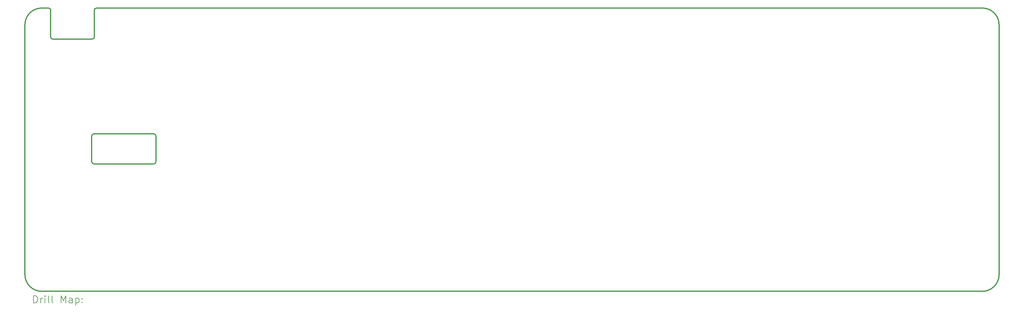
<source format=gbr>
%TF.GenerationSoftware,KiCad,Pcbnew,8.0.5*%
%TF.CreationDate,2024-09-18T07:56:25+09:00*%
%TF.ProjectId,SandyLP_Plate_Bottom,53616e64-794c-4505-9f50-6c6174655f42,v.0*%
%TF.SameCoordinates,Original*%
%TF.FileFunction,Drillmap*%
%TF.FilePolarity,Positive*%
%FSLAX45Y45*%
G04 Gerber Fmt 4.5, Leading zero omitted, Abs format (unit mm)*
G04 Created by KiCad (PCBNEW 8.0.5) date 2024-09-18 07:56:25*
%MOMM*%
%LPD*%
G01*
G04 APERTURE LIST*
%ADD10C,0.300000*%
%ADD11C,0.200000*%
G04 APERTURE END LIST*
D10*
X2140844Y-10999712D02*
X2140844Y-3920961D01*
X2807020Y-3444711D02*
X2617094Y-3444711D01*
X2867020Y-4264712D02*
X2867020Y-3504711D01*
X2927020Y-4324712D02*
X4044593Y-4324712D01*
X4029741Y-7802914D02*
X4029741Y-7072914D01*
X4089741Y-7862914D02*
X5787314Y-7862914D01*
X4104593Y-4264712D02*
X4104593Y-3504711D01*
X5787314Y-7012914D02*
X4089741Y-7012914D01*
X5847314Y-7802914D02*
X5847314Y-7072914D01*
X29212093Y-3444711D02*
X4164593Y-3444711D01*
X29212093Y-11475961D02*
X2617094Y-11475961D01*
X29688343Y-10999712D02*
X29688343Y-3920961D01*
X2140844Y-3920961D02*
G75*
G02*
X2617094Y-3444711I476250J0D01*
G01*
X2617094Y-11475961D02*
G75*
G02*
X2140844Y-10999712I0J476250D01*
G01*
X2807020Y-3444711D02*
G75*
G02*
X2867020Y-3504711I0J-60000D01*
G01*
X2927020Y-4324712D02*
G75*
G02*
X2867020Y-4264712I0J60000D01*
G01*
X4029741Y-7072914D02*
G75*
G02*
X4089741Y-7012914I60000J0D01*
G01*
X4089741Y-7862914D02*
G75*
G02*
X4029741Y-7802914I0J60000D01*
G01*
X4104593Y-3504711D02*
G75*
G02*
X4164593Y-3444711I60000J0D01*
G01*
X4104593Y-4264712D02*
G75*
G02*
X4044593Y-4324712I-60000J0D01*
G01*
X5787314Y-7012914D02*
G75*
G02*
X5847314Y-7072914I0J-60000D01*
G01*
X5847314Y-7802914D02*
G75*
G02*
X5787314Y-7862914I-60000J0D01*
G01*
X29212093Y-3444711D02*
G75*
G02*
X29688342Y-3920961I0J-476249D01*
G01*
X29688343Y-10999712D02*
G75*
G02*
X29212093Y-11475960I-476250J1D01*
G01*
D11*
X2386620Y-11802445D02*
X2386620Y-11602445D01*
X2386620Y-11602445D02*
X2434239Y-11602445D01*
X2434239Y-11602445D02*
X2462811Y-11611969D01*
X2462811Y-11611969D02*
X2481858Y-11631017D01*
X2481858Y-11631017D02*
X2491382Y-11650064D01*
X2491382Y-11650064D02*
X2500906Y-11688159D01*
X2500906Y-11688159D02*
X2500906Y-11716731D01*
X2500906Y-11716731D02*
X2491382Y-11754826D01*
X2491382Y-11754826D02*
X2481858Y-11773874D01*
X2481858Y-11773874D02*
X2462811Y-11792921D01*
X2462811Y-11792921D02*
X2434239Y-11802445D01*
X2434239Y-11802445D02*
X2386620Y-11802445D01*
X2586620Y-11802445D02*
X2586620Y-11669112D01*
X2586620Y-11707207D02*
X2596144Y-11688159D01*
X2596144Y-11688159D02*
X2605668Y-11678636D01*
X2605668Y-11678636D02*
X2624716Y-11669112D01*
X2624716Y-11669112D02*
X2643763Y-11669112D01*
X2710430Y-11802445D02*
X2710430Y-11669112D01*
X2710430Y-11602445D02*
X2700906Y-11611969D01*
X2700906Y-11611969D02*
X2710430Y-11621493D01*
X2710430Y-11621493D02*
X2719954Y-11611969D01*
X2719954Y-11611969D02*
X2710430Y-11602445D01*
X2710430Y-11602445D02*
X2710430Y-11621493D01*
X2834239Y-11802445D02*
X2815192Y-11792921D01*
X2815192Y-11792921D02*
X2805668Y-11773874D01*
X2805668Y-11773874D02*
X2805668Y-11602445D01*
X2939001Y-11802445D02*
X2919954Y-11792921D01*
X2919954Y-11792921D02*
X2910430Y-11773874D01*
X2910430Y-11773874D02*
X2910430Y-11602445D01*
X3167573Y-11802445D02*
X3167573Y-11602445D01*
X3167573Y-11602445D02*
X3234239Y-11745302D01*
X3234239Y-11745302D02*
X3300906Y-11602445D01*
X3300906Y-11602445D02*
X3300906Y-11802445D01*
X3481858Y-11802445D02*
X3481858Y-11697683D01*
X3481858Y-11697683D02*
X3472335Y-11678636D01*
X3472335Y-11678636D02*
X3453287Y-11669112D01*
X3453287Y-11669112D02*
X3415192Y-11669112D01*
X3415192Y-11669112D02*
X3396144Y-11678636D01*
X3481858Y-11792921D02*
X3462811Y-11802445D01*
X3462811Y-11802445D02*
X3415192Y-11802445D01*
X3415192Y-11802445D02*
X3396144Y-11792921D01*
X3396144Y-11792921D02*
X3386620Y-11773874D01*
X3386620Y-11773874D02*
X3386620Y-11754826D01*
X3386620Y-11754826D02*
X3396144Y-11735779D01*
X3396144Y-11735779D02*
X3415192Y-11726255D01*
X3415192Y-11726255D02*
X3462811Y-11726255D01*
X3462811Y-11726255D02*
X3481858Y-11716731D01*
X3577096Y-11669112D02*
X3577096Y-11869112D01*
X3577096Y-11678636D02*
X3596144Y-11669112D01*
X3596144Y-11669112D02*
X3634239Y-11669112D01*
X3634239Y-11669112D02*
X3653287Y-11678636D01*
X3653287Y-11678636D02*
X3662811Y-11688159D01*
X3662811Y-11688159D02*
X3672335Y-11707207D01*
X3672335Y-11707207D02*
X3672335Y-11764350D01*
X3672335Y-11764350D02*
X3662811Y-11783398D01*
X3662811Y-11783398D02*
X3653287Y-11792921D01*
X3653287Y-11792921D02*
X3634239Y-11802445D01*
X3634239Y-11802445D02*
X3596144Y-11802445D01*
X3596144Y-11802445D02*
X3577096Y-11792921D01*
X3758049Y-11783398D02*
X3767573Y-11792921D01*
X3767573Y-11792921D02*
X3758049Y-11802445D01*
X3758049Y-11802445D02*
X3748525Y-11792921D01*
X3748525Y-11792921D02*
X3758049Y-11783398D01*
X3758049Y-11783398D02*
X3758049Y-11802445D01*
X3758049Y-11678636D02*
X3767573Y-11688159D01*
X3767573Y-11688159D02*
X3758049Y-11697683D01*
X3758049Y-11697683D02*
X3748525Y-11688159D01*
X3748525Y-11688159D02*
X3758049Y-11678636D01*
X3758049Y-11678636D02*
X3758049Y-11697683D01*
M02*

</source>
